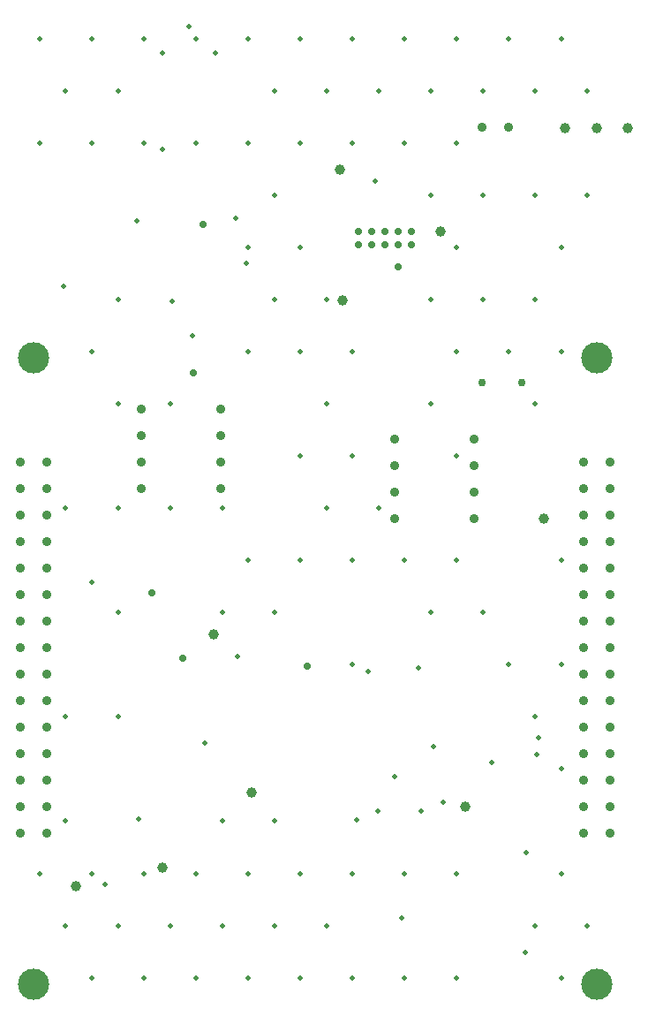
<source format=gbr>
G04 Layer_Color=0*
%FSLAX26Y26*%
%MOIN*%
%TF.FileFunction,Plated,1,6,PTH,Drill*%
%TF.Part,Single*%
G01*
G75*
%TA.AperFunction,ComponentDrill*%
%ADD83C,0.039370*%
%ADD84C,0.036024*%
%ADD85C,0.035827*%
%ADD86C,0.030000*%
%ADD87C,0.020000*%
%ADD88C,0.035433*%
%TA.AperFunction,OtherDrill,Free Pad (-1327.52mil,-2812.522mil)*%
%ADD89C,0.118110*%
%TA.AperFunction,OtherDrill,Free Pad (798.464mil,-2812.522mil)*%
%ADD90C,0.118110*%
%TA.AperFunction,OtherDrill,Free Pad (-1327.52mil,-450.316mil)*%
%ADD91C,0.118110*%
%TA.AperFunction,OtherDrill,Free Pad (798.464mil,-450.316mil)*%
%ADD92C,0.118110*%
%TA.AperFunction,ComponentDrill*%
%ADD93C,0.028000*%
%TA.AperFunction,ViaDrill,NotFilled*%
%ADD94C,0.019685*%
%ADD95C,0.028000*%
D83*
X303465Y-2142522D02*
D03*
X598465Y-1057522D02*
D03*
X-170000Y260998D02*
D03*
X-1166535Y-2442522D02*
D03*
X680354Y415825D02*
D03*
X798465D02*
D03*
X916575D02*
D03*
X-841535Y-2372522D02*
D03*
X209000Y26998D02*
D03*
X-646307Y-1494207D02*
D03*
X-503307Y-2089207D02*
D03*
X-162000Y-235002D02*
D03*
D84*
X848464Y-2244018D02*
D03*
Y-2144018D02*
D03*
Y-2044018D02*
D03*
Y-1944018D02*
D03*
Y-1844018D02*
D03*
Y-1744018D02*
D03*
Y-1644018D02*
D03*
Y-1544018D02*
D03*
Y-1444018D02*
D03*
Y-1344018D02*
D03*
Y-1244018D02*
D03*
Y-1144018D02*
D03*
Y-1044018D02*
D03*
Y-944018D02*
D03*
Y-844018D02*
D03*
X748464Y-2244018D02*
D03*
Y-2144018D02*
D03*
Y-2044018D02*
D03*
Y-1944018D02*
D03*
Y-1844018D02*
D03*
Y-1744018D02*
D03*
Y-1644018D02*
D03*
Y-1544018D02*
D03*
Y-1444018D02*
D03*
Y-1344018D02*
D03*
Y-1244018D02*
D03*
Y-1144018D02*
D03*
Y-1044018D02*
D03*
Y-944018D02*
D03*
Y-844018D02*
D03*
X-1377520D02*
D03*
Y-944018D02*
D03*
Y-1044018D02*
D03*
Y-1144018D02*
D03*
Y-1244018D02*
D03*
Y-1344018D02*
D03*
Y-1444018D02*
D03*
Y-1544018D02*
D03*
Y-1644018D02*
D03*
Y-1744018D02*
D03*
Y-1844018D02*
D03*
Y-1944018D02*
D03*
Y-2044018D02*
D03*
Y-2144018D02*
D03*
Y-2244018D02*
D03*
X-1277520Y-844018D02*
D03*
Y-944018D02*
D03*
Y-1044018D02*
D03*
Y-1144018D02*
D03*
Y-1244018D02*
D03*
Y-1344018D02*
D03*
Y-1444018D02*
D03*
Y-1544018D02*
D03*
Y-1644018D02*
D03*
Y-1744018D02*
D03*
Y-1844018D02*
D03*
Y-1944018D02*
D03*
Y-2044018D02*
D03*
Y-2144018D02*
D03*
Y-2244018D02*
D03*
D85*
X467000Y419998D02*
D03*
X367000D02*
D03*
D86*
X516142Y-543900D02*
D03*
X366536D02*
D03*
D87*
X-841000Y698998D02*
D03*
X-641000D02*
D03*
X-741000Y798998D02*
D03*
D88*
X35716Y-757592D02*
D03*
Y-857592D02*
D03*
Y-957592D02*
D03*
Y-1057592D02*
D03*
X335716Y-757592D02*
D03*
Y-857592D02*
D03*
Y-957592D02*
D03*
Y-1057592D02*
D03*
X-619000Y-943002D02*
D03*
Y-843002D02*
D03*
Y-743002D02*
D03*
Y-643002D02*
D03*
X-919000Y-943002D02*
D03*
Y-843002D02*
D03*
Y-743002D02*
D03*
Y-643002D02*
D03*
D89*
X-1327520Y-2812522D02*
D03*
D90*
X798464D02*
D03*
D91*
X-1327520Y-450316D02*
D03*
D92*
X798464D02*
D03*
D93*
X100000Y25000D02*
D03*
Y-25000D02*
D03*
X50000Y25000D02*
D03*
Y-25000D02*
D03*
X0Y25000D02*
D03*
Y-25000D02*
D03*
X-50000Y25000D02*
D03*
Y-25000D02*
D03*
X-100000Y25000D02*
D03*
Y-25000D02*
D03*
D94*
X-564000Y77000D02*
D03*
X137047Y-2158979D02*
D03*
X-107048Y-2194412D02*
D03*
X-28307Y-2158979D02*
D03*
X664496Y754298D02*
D03*
X762922Y557447D02*
D03*
Y163746D02*
D03*
X664496Y-33104D02*
D03*
Y-426805D02*
D03*
Y-1214206D02*
D03*
Y-1607907D02*
D03*
Y-2001608D02*
D03*
Y-2395309D02*
D03*
X762922Y-2592159D02*
D03*
X664496Y-2789010D02*
D03*
X467646Y754298D02*
D03*
X566071Y557447D02*
D03*
Y163746D02*
D03*
Y-229954D02*
D03*
X467646Y-426805D02*
D03*
X566071Y-623655D02*
D03*
X467646Y-1607907D02*
D03*
X566071Y-1804758D02*
D03*
Y-2592159D02*
D03*
X270796Y754298D02*
D03*
X369221Y557447D02*
D03*
X270796Y360597D02*
D03*
X369221Y163746D02*
D03*
X270796Y-33104D02*
D03*
X369221Y-229954D02*
D03*
X270796Y-426805D02*
D03*
Y-820506D02*
D03*
Y-1214206D02*
D03*
X369221Y-1411057D02*
D03*
X270796Y-2395309D02*
D03*
Y-2789010D02*
D03*
X73945Y754298D02*
D03*
X172370Y557447D02*
D03*
X73945Y360597D02*
D03*
X172370Y163746D02*
D03*
Y-229954D02*
D03*
Y-623655D02*
D03*
X73945Y-1214206D02*
D03*
X172370Y-1411057D02*
D03*
X73945Y-2395309D02*
D03*
Y-2789010D02*
D03*
X-122905Y754298D02*
D03*
X-24480Y557447D02*
D03*
X-122905Y360597D02*
D03*
Y-426805D02*
D03*
Y-820506D02*
D03*
X-24480Y-1017356D02*
D03*
X-122905Y-1214206D02*
D03*
Y-1607907D02*
D03*
Y-2395309D02*
D03*
Y-2789010D02*
D03*
X-319756Y754298D02*
D03*
X-221330Y557447D02*
D03*
X-319756Y360597D02*
D03*
Y-33104D02*
D03*
X-221330Y-229954D02*
D03*
X-319756Y-426805D02*
D03*
X-221330Y-623655D02*
D03*
X-319756Y-820506D02*
D03*
X-221330Y-1017356D02*
D03*
X-319756Y-1214206D02*
D03*
Y-2395309D02*
D03*
X-221330Y-2592159D02*
D03*
X-319756Y-2789010D02*
D03*
X-516606Y754298D02*
D03*
X-418181Y557447D02*
D03*
X-516606Y360597D02*
D03*
X-418181Y163746D02*
D03*
X-516606Y-33104D02*
D03*
X-418181Y-229954D02*
D03*
X-516606Y-426805D02*
D03*
Y-1214206D02*
D03*
X-418181Y-1411057D02*
D03*
Y-2198458D02*
D03*
X-516606Y-2395309D02*
D03*
X-418181Y-2592159D02*
D03*
X-516606Y-2789010D02*
D03*
X-713456Y754298D02*
D03*
Y360597D02*
D03*
X-615031Y-1017356D02*
D03*
Y-1411057D02*
D03*
Y-2198458D02*
D03*
X-713456Y-2395309D02*
D03*
X-615031Y-2592159D02*
D03*
X-713456Y-2789010D02*
D03*
X-910307Y754298D02*
D03*
Y360597D02*
D03*
X-811882Y-623655D02*
D03*
Y-1017356D02*
D03*
X-910307Y-2395309D02*
D03*
X-811882Y-2592159D02*
D03*
X-910307Y-2789010D02*
D03*
X-1107157Y754298D02*
D03*
X-1008732Y557447D02*
D03*
X-1107157Y360597D02*
D03*
X-1008732Y-229954D02*
D03*
X-1107157Y-426805D02*
D03*
X-1008732Y-623655D02*
D03*
Y-1017356D02*
D03*
Y-1411057D02*
D03*
Y-1804758D02*
D03*
X-1107157Y-2395309D02*
D03*
X-1008732Y-2592159D02*
D03*
X-1107157Y-2789010D02*
D03*
X-1304008Y754298D02*
D03*
X-1205582Y557447D02*
D03*
X-1304008Y360597D02*
D03*
X-1205582Y-1017356D02*
D03*
Y-1804758D02*
D03*
Y-2198458D02*
D03*
X-1304008Y-2395309D02*
D03*
X-1205582Y-2592159D02*
D03*
X63464Y-2562522D02*
D03*
X528464Y-2692522D02*
D03*
X533464Y-2317522D02*
D03*
X218464Y-2127522D02*
D03*
X578464Y-1882522D02*
D03*
X183464Y-1917522D02*
D03*
X403464Y-1977522D02*
D03*
X-1056536Y-2437522D02*
D03*
X-726536Y-367522D02*
D03*
X-936536Y67478D02*
D03*
X-1106416Y-1295316D02*
D03*
X-525110Y-93892D02*
D03*
X-558416Y-1577316D02*
D03*
X124592Y-1619842D02*
D03*
X34836Y-2031206D02*
D03*
X571694Y-1947206D02*
D03*
X-1215000Y-180002D02*
D03*
X-64616Y-1632206D02*
D03*
X-840000Y334998D02*
D03*
X-803000Y-238002D02*
D03*
X-37494Y214998D02*
D03*
X-679306Y-1904206D02*
D03*
X-929518Y-2191042D02*
D03*
D95*
X50000Y-107040D02*
D03*
X-881110Y-1337112D02*
D03*
X-764110Y-1584410D02*
D03*
X-723000Y-507002D02*
D03*
X-293306Y-1612206D02*
D03*
X-688000Y52998D02*
D03*
%TF.MD5,234fbe0af437b74a534c5c9a9245f0ef*%
M02*

</source>
